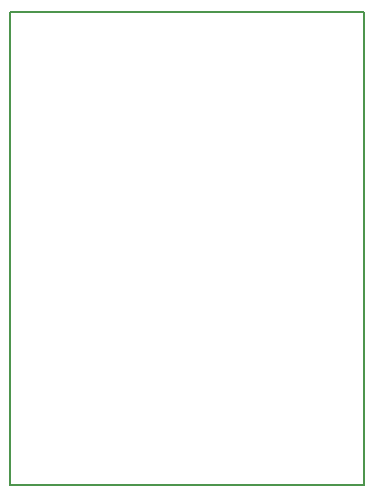
<source format=gko>
G75*
G70*
%OFA0B0*%
%FSLAX24Y24*%
%IPPOS*%
%LPD*%
%AMOC8*
5,1,8,0,0,1.08239X$1,22.5*
%
%ADD10C,0.0079*%
D10*
X000000Y000000D02*
X000000Y015748D01*
X011811Y015748D01*
X011811Y000000D01*
X000000Y000000D01*
M02*

</source>
